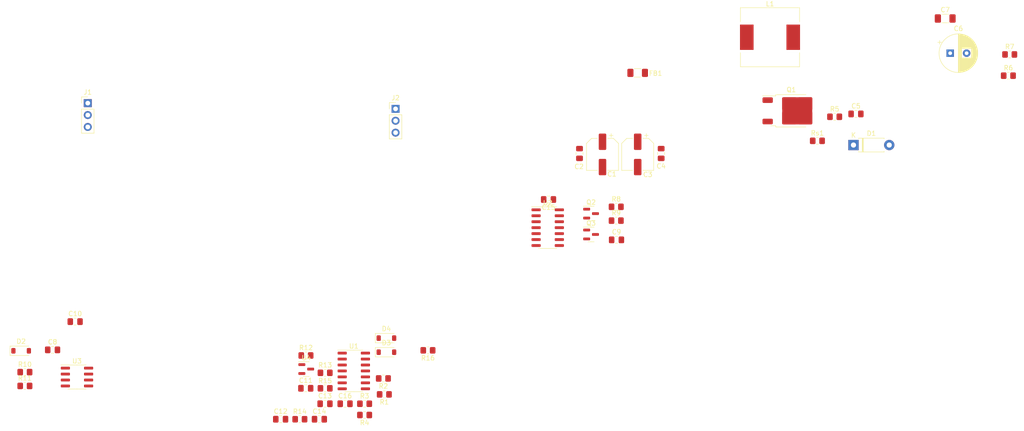
<source format=kicad_pcb>
(kicad_pcb (version 20221018) (generator pcbnew)

  (general
    (thickness 1.6)
  )

  (paper "A4")
  (layers
    (0 "F.Cu" signal)
    (31 "B.Cu" signal)
    (32 "B.Adhes" user "B.Adhesive")
    (33 "F.Adhes" user "F.Adhesive")
    (34 "B.Paste" user)
    (35 "F.Paste" user)
    (36 "B.SilkS" user "B.Silkscreen")
    (37 "F.SilkS" user "F.Silkscreen")
    (38 "B.Mask" user)
    (39 "F.Mask" user)
    (40 "Dwgs.User" user "User.Drawings")
    (41 "Cmts.User" user "User.Comments")
    (42 "Eco1.User" user "User.Eco1")
    (43 "Eco2.User" user "User.Eco2")
    (44 "Edge.Cuts" user)
    (45 "Margin" user)
    (46 "B.CrtYd" user "B.Courtyard")
    (47 "F.CrtYd" user "F.Courtyard")
    (48 "B.Fab" user)
    (49 "F.Fab" user)
    (50 "User.1" user)
    (51 "User.2" user)
    (52 "User.3" user)
    (53 "User.4" user)
    (54 "User.5" user)
    (55 "User.6" user)
    (56 "User.7" user)
    (57 "User.8" user)
    (58 "User.9" user)
  )

  (setup
    (pad_to_mask_clearance 0)
    (pcbplotparams
      (layerselection 0x00010fc_ffffffff)
      (plot_on_all_layers_selection 0x0000000_00000000)
      (disableapertmacros false)
      (usegerberextensions false)
      (usegerberattributes true)
      (usegerberadvancedattributes true)
      (creategerberjobfile true)
      (dashed_line_dash_ratio 12.000000)
      (dashed_line_gap_ratio 3.000000)
      (svgprecision 4)
      (plotframeref false)
      (viasonmask false)
      (mode 1)
      (useauxorigin false)
      (hpglpennumber 1)
      (hpglpenspeed 20)
      (hpglpendiameter 15.000000)
      (dxfpolygonmode true)
      (dxfimperialunits true)
      (dxfusepcbnewfont true)
      (psnegative false)
      (psa4output false)
      (plotreference true)
      (plotvalue true)
      (plotinvisibletext false)
      (sketchpadsonfab false)
      (subtractmaskfromsilk false)
      (outputformat 1)
      (mirror false)
      (drillshape 1)
      (scaleselection 1)
      (outputdirectory "")
    )
  )

  (net 0 "")
  (net 1 "VCC")
  (net 2 "GND")
  (net 3 "Net-(C3-Pad1)")
  (net 4 "Net-(C5-Pad1)")
  (net 5 "VPP")
  (net 6 "Net-(U3-CV)")
  (net 7 "/GATE")
  (net 8 "Net-(D2-K)")
  (net 9 "Net-(U1A-+)")
  (net 10 "/VFEED")
  (net 11 "Net-(D3-K)")
  (net 12 "Net-(U1B-+)")
  (net 13 "Net-(C14-Pad1)")
  (net 14 "Net-(D1-A)")
  (net 15 "Net-(D2-A)")
  (net 16 "/VERR")
  (net 17 "Net-(D4-K)")
  (net 18 "/ENABLE")
  (net 19 "unconnected-(J2-Pin_2-Pad2)")
  (net 20 "/RFEED_H")
  (net 21 "Net-(Q2-B)")
  (net 22 "Net-(Q2-E)")
  (net 23 "Net-(U1C--)")
  (net 24 "Net-(U1C-+)")
  (net 25 "Net-(U1D-+)")
  (net 26 "/SR_Q")
  (net 27 "/EN_LINE")
  (net 28 "/SR_R")
  (net 29 "/SR_NQ")
  (net 30 "/SR_S")
  (net 31 "Net-(U2-Pad10)")

  (footprint "Connector_PinHeader_2.54mm:PinHeader_1x03_P2.54mm_Vertical" (layer "F.Cu") (at 101.9 70.475))

  (footprint "Capacitor_SMD:C_0805_2012Metric_Pad1.18x1.45mm_HandSolder" (layer "F.Cu") (at 85.6625 136.7))

  (footprint "Resistor_SMD:R_0805_2012Metric_Pad1.20x1.40mm_HandSolder" (layer "F.Cu") (at 99.5 131.4 180))

  (footprint "Resistor_SMD:R_0805_2012Metric_Pad1.20x1.40mm_HandSolder" (layer "F.Cu") (at 95.3 133.4))

  (footprint "Capacitor_SMD:C_0805_2012Metric_Pad1.18x1.45mm_HandSolder" (layer "F.Cu") (at 91.1375 133.4))

  (footprint "Capacitor_SMD:C_0805_2012Metric_Pad1.18x1.45mm_HandSolder" (layer "F.Cu") (at 33.61 115.88))

  (footprint "Package_SO:SOIC-8_3.9x4.9mm_P1.27mm" (layer "F.Cu") (at 34 127.7))

  (footprint "Package_TO_SOT_SMD:TO-252-2" (layer "F.Cu") (at 186.24 70.9))

  (footprint "Diode_SMD:D_SOD-123" (layer "F.Cu") (at 99.95 122.4))

  (footprint "Resistor_SMD:R_0805_2012Metric_Pad1.20x1.40mm_HandSolder" (layer "F.Cu") (at 232.5 63.4))

  (footprint "Resistor_SMD:R_0805_2012Metric_Pad1.20x1.40mm_HandSolder" (layer "F.Cu") (at 148.925 91.38))

  (footprint "Resistor_SMD:R_0805_2012Metric_Pad1.20x1.40mm_HandSolder" (layer "F.Cu") (at 108.8 122 180))

  (footprint "Resistor_SMD:R_1206_3216Metric_Pad1.30x1.75mm_HandSolder" (layer "F.Cu") (at 153.5 62.8 180))

  (footprint "Capacitor_SMD:C_0805_2012Metric_Pad1.18x1.45mm_HandSolder" (layer "F.Cu") (at 141.1 80 -90))

  (footprint "Resistor_SMD:R_0805_2012Metric_Pad1.20x1.40mm_HandSolder" (layer "F.Cu") (at 82.8 123.1))

  (footprint "Diode_SMD:D_SOD-123" (layer "F.Cu") (at 99.95 119.4))

  (footprint "Resistor_SMD:R_0805_2012Metric_Pad1.20x1.40mm_HandSolder" (layer "F.Cu") (at 99.3 128 180))

  (footprint "Package_SO:SOIC-14_3.9x8.7mm_P1.27mm" (layer "F.Cu") (at 134.325 95.83))

  (footprint "Diode_SMD:D_SOD-123" (layer "F.Cu") (at 22.1 122.1))

  (footprint "Resistor_SMD:R_0805_2012Metric_Pad1.20x1.40mm_HandSolder" (layer "F.Cu") (at 86.8875 126.8))

  (footprint "Capacitor_SMD:C_0805_2012Metric_Pad1.18x1.45mm_HandSolder" (layer "F.Cu") (at 82.7625 130.1))

  (footprint "Resistor_SMD:R_0805_2012Metric_Pad1.20x1.40mm_HandSolder" (layer "F.Cu") (at 232.7875 58.87))

  (footprint "Package_TO_SOT_SMD:SOT-23" (layer "F.Cu") (at 143.5625 92.83))

  (footprint "Package_TO_SOT_SMD:SOT-23" (layer "F.Cu") (at 143.5625 97.28))

  (footprint "Capacitor_SMD:C_1206_3216Metric_Pad1.33x1.80mm_HandSolder" (layer "F.Cu") (at 219.0375 51.2))

  (footprint "Connector_PinHeader_2.54mm:PinHeader_1x03_P2.54mm_Vertical" (layer "F.Cu") (at 36.3 69.26))

  (footprint "Capacitor_THT:CP_Radial_D8.0mm_P3.50mm" (layer "F.Cu") (at 220.1 58.6))

  (footprint "Capacitor_SMD:C_0805_2012Metric_Pad1.18x1.45mm_HandSolder" (layer "F.Cu") (at 86.8625 133.4))

  (footprint "Package_TO_SOT_SMD:SOT-23" (layer "F.Cu") (at 82.8625 126))

  (footprint "Capacitor_SMD:CP_Elec_6.3x7.7" (layer "F.Cu") (at 146 80.2 -90))

  (footprint "Capacitor_SMD:C_0805_2012Metric_Pad1.18x1.45mm_HandSolder" (layer "F.Cu") (at 200.02 71.56))

  (footprint "Resistor_SMD:R_0805_2012Metric_Pad1.20x1.40mm_HandSolder" (layer "F.Cu") (at 95.3 135.8 180))

  (footprint "Resistor_SMD:R_0805_2012Metric_Pad1.20x1.40mm_HandSolder" (layer "F.Cu") (at 81.5 136.7))

  (footprint "Resistor_SMD:R_0805_2012Metric_Pad1.20x1.40mm_HandSolder" (layer "F.Cu") (at 191.8 77.3))

  (footprint "Diode_THT:D_DO-41_SOD81_P7.62mm_Horizontal" (layer "F.Cu") (at 199.49 78.2))

  (footprint "Resistor_SMD:R_0805_2012Metric_Pad1.20x1.40mm_HandSolder" (layer "F.Cu") (at 148.925 94.33))

  (footprint "Resistor_SMD:R_0805_2012Metric_Pad1.20x1.40mm_HandSolder" (layer "F.Cu") (at 22.9 129.6))

  (footprint "Resistor_SMD:R_0805_2012Metric_Pad1.20x1.40mm_HandSolder" (layer "F.Cu") (at 86.8875 130.1))

  (footprint "Capacitor_SMD:CP_Elec_6.3x7.7" (layer "F.Cu") (at 153.5 80.2 -90))

  (footprint "Resistor_SMD:R_0805_2012Metric_Pad1.20x1.40mm_HandSolder" (layer "F.Cu") (at 195.4775 72.17))

  (footprint "Capacitor_SMD:C_0805_2012Metric_Pad1.18x1.45mm_HandSolder" (layer "F.Cu") (at 77.405 136.7))

  (footprint "Inductor_SMD:L_12x12mm_H6mm" (layer "F.Cu")
    (tstamp d85dfe7c-5364-48d4-90f8-618696f58e68)
    (at 181.7 55.2)
    (descr "Choke, SMD, 12x12mm 6mm height")
    (tags "Choke SMD")
    (property "Sheetfile" "geiger_counter.kicad_sch")
    (property "Sheetname" "")
    (property "ki_description" "Inductor")
    (property "ki_keywords" "inductor choke coil reactor magnetic")
    (path "/21a17e0c-3237-455a-bf5d-6d83c20da9f9")
    (attr smd)
    (fp_text reference "L1" (at 0 -7.1) (layer "F.SilkS")
        (effects (font (size 1 1) (thickness 0.15)))
      (tstamp 5317b25c-e1ce-4ff8-9c10-fa7f5bb8a199)
    )
    (fp_text value "33u" (at 0 7.5) (layer "F.Fab")
        (effects (font (size 1 1) (thickness 0.15)))
      (tstamp 43da4570-d2c8-4f44-87f4-e4504985958c)
    )
    (fp_text user "${REFERENCE}" (at 0 0) (layer "F.Fab")
        (effects (font (size 1 1) (thickness 0.15)))
      (tstamp 3a63844e-3b07-4779-846e-a99dff5170b4)
    )
    (fp_circle (center 0 0) (end 0.15 0.15)
      (stroke (width 0.38) (type solid)) (fill none) (layer "F.Adhes") (tstamp 72d332dd-323b-4be5-923a-75b4a876c660))
    (fp_circle (center 0 0) (end 0.55 0)
      (stroke (width 0.38) (type solid)) (fill none) (layer "F.Adhes") (tstamp 9ec1b732-e621-47b5-a8be-7e2a3bb60d90))
    (fp_circle (center 0 0) (end 0.9 0)
      (stroke (width 0.38) (type solid)) (fill none) (layer "F.Adhes") (tstamp 1b2a6a52-019e-4756-8e29-608d90d05de8))
    (fp_line (start -6.3 -6.3) (end 6.3 -6.3)
      (stroke (width 0.12) (type solid)) (layer "F.SilkS") (tstamp 63f32fa3-60ef-462c-a508-094b44381091))
    (fp_line (start -6.3 -3.3) (end -6.3 -6.3)
      (stroke (width 0.12) (type solid)) (layer "F.SilkS") (tstamp 0b52ed87-4b11-4e9e-bda8-b87ac66f02ff))
    (fp_line (start -6.3 6.3) (end -6.3 3.3)
      (stroke (width 0.12) (type solid)) (layer "F.SilkS") (tstamp e23d741d-bc9c-45a1-850f-a9f74ae26b11))
    (fp_line (start 6.3 -6.3) (end 6.3 -3.3)
      (stroke (width 0.12) (type solid)) (layer "F.SilkS") (tstamp 6b58d641-3fdb-4c41-957c-bbfd5e3b4512))
    (fp_line (start 6.3 3.3) (end 6.3 6.3)
      (stroke (width 0.12) (type solid)) (layer "F.SilkS") (tstamp fed60f23-7d11-436b-b956-779e31c6d4d3))
    (fp_line (start 6.3 6.3) (end -6.3 6.3)
      (stroke (width 0.12) (type solid)) (layer "F.SilkS") (tstamp 00c534f5-cc69-4386-acef-3ccad47d02ca))
    (fp_line (start -6.86 -6.6) (end 6.86 -6.6)
      (stroke (width 0.05) (type solid)) (layer "F.CrtYd") (tstamp 465a4e0b-8a01-4a4f-a88c-2953590425f1))
    (fp_line (start -6.86 6.6) (end -6.86 -6.6)
      (stroke (width 0.05) (type solid)) (layer "F.CrtYd") (tstamp 6523fed6-6457-4072-91f2-00f3db5c07b2))
    (fp_line (start 6.86 -6.6) (end 6.86 6.6)
      (stroke (width 0.05) (type solid)) (layer "F.CrtYd") (tstamp 916aa29c-e52a-4cad-a905-cab473a3ef10))
    (fp_line (start 6.86 6.6) (end -6.86 6.6)
      (stroke (width 0.05) (type solid)) (layer "F.CrtYd") (tstamp e34dea18-74b1-4a4a-8dfc-7687478ef556))
    (fp_line (start -6.2 -6.2) (end -6.2 -3.3)
      (stroke (width 0.1) (type solid)) (layer "F.Fab") (tstamp a0de0297-0091-4908-b948-2542deeb5355))
    (fp_line (start -6.2 3.3) (end -6.2 6.2)
      (stroke (width 0.1) (type solid)) (layer "F.Fab") (tstamp a9859b25-fa36-43eb-a90a-901841d66375))
    (fp_line (start -6.2 6.2) (end 6.2 6.2)
      (stroke (width 0.1) (type solid)) (layer "F.Fab") (tstamp 72f753de-4468-4aa0-87fc-e4038e883251))
    (fp_line (start -5.1 -4) (end -5 -3.5)
      (stroke (width 0.1) (type solid)) (layer "F.Fab") (tstamp aa1cfe4b-a0fa-44ff-9228-0ab416c520dd))
    (fp_line (start -5.1 4.1) (end -5 3.6)
      (stroke (width 0.1) (type solid)) (layer "F.Fab") (tstamp 013842c6-25fe-4369-b032-164890312cb4))
    (fp_line (start -5 -3.5) (end -4.8 -3.2)
      (stroke (width 0.1) (type solid)) (layer "F.Fab") (tstamp bd2f5004-8743-4b6b-9298-b677450f5f50))
    (fp_line (start -5 3.6) (end -4.8 3.2)
      (stroke (width 0.1) (type solid)) (layer "F.Fab") (tstamp 4c7dca95-b419-41f8-a221-02d49569dab9))
    (fp_line (start -4.9 -4.5) (end -5.1 -4)
      (stroke (width 0.1) (type solid)) (layer "F.Fab") (tstamp e0c27d2b-8d30-4aa8-bd74-33eef72666bf))
    (fp_line (start -4.9 4.6) (end -5.1 4.1)
      (stroke (width 0.1) (type solid)) (layer "F.Fab") (tstamp a8a6efd6-8706-4bba-9d8b-ceb30f388d60))
    (fp_line (start -4.6 -4.8) (end -4.9 -4.5)
      (stroke (width 0.1) (type solid)) (layer "F.Fab") (tstamp d4c7b8e8-6d1a-4795-8f7b-fea0f339d682))
    (fp_line (start -4.6 4.8) (end -4.9 4.6)
      (stroke (width 0.1) (type solid)) (layer "F.Fab") (tstamp 119d6640-6458-4e1c-b05d-e28f3128907b))
    (fp_line (start -4.3 5) (end -4.6 4.8)
      (stroke (width 0.1) (type solid)) (layer "F.Fab") (tstamp 6bf17ba4-1ebc-43d8-a81d-cc49108c27ff))
    (fp_line (start -4.2 -5) (end -4.6 -4.8)
      (stroke (width 0.1) (type solid)) (layer "F.Fab") (tstamp 98133934-5a9a-4edf-b1ae-16225605495c))
    (fp_line (start -3.9 5.1) (end -4.3 5)
      (stroke (width 0.1) (type solid)) (layer "F.Fab") (tstamp 94e5ecf7-6d45-43f6-b75b-5c0b76f2f4bd))
    (fp_line (start -3.7 -5.1) (end -4.2 -5)
      (stroke (width 0.1) (type solid)) (layer "F.Fab") (tstamp 4b0e915f-c8bf-4d60-aa7d-e6025987a1af))
    (fp_line (start -3.3 -4.9) (end -3.7 -5.1)
      (stroke (width 0.1) (type solid)) (layer "F.Fab") (tstamp c7d37375-b9b9-4909-b52b-d71f7ab40931))
    (fp_line (start -3.3 4.9) (end -3.9 5.1)
      (stroke (width 0.1) (type solid)) (layer "F.Fab") (tstamp 145b182d-4f07-4c26-a824-c4ecf49dbdf2))
    (fp_line (start -3 -4.7) (end -3.3 -4.9)
      (stroke (width 0.1) (type solid)) (layer "F.Fab") (tstamp b3c1d5d3-75ba-4b73-af05-694cdf6335f4))
    (fp_line (start -3 4.7) (end -3.3 4.9)
      (stroke (width 0.1) (type solid)) (layer "F.Fab") (tstamp b5339083-1295-4847-b515-c41d05d8e718))
    (fp_line (start -2.6 -4.9) (end -3 -4.7)
      (stroke (width 0.1) (type solid)) (layer "F.Fab") (tstamp 124d036a-e570-43ba-83a9-d438452166ce))
    (fp_line (start -2.6 4.9) (end -3 4.7)
      (stroke (width 0.1) (type solid)) (layer "F.Fab") (tstamp 15c447a7-c507-4491-b33f-cbca6a917701))
    (fp_line (start -2.1 5.1) (end -2.6 4.9)
      (stroke (width 0.1) (type solid)) (layer "F.Fab") (tstamp c4604f14-0614-434b-8384-d46bf9587829))
    (fp_line (start -1.7 -5.3) (end -2.6 -4.9)
      (stroke (width 0.1) (type solid)) (layer "F.Fab") (tstamp 876acd82-205d-465b-8b6c-7bb15a503635))
    (fp_line (start -1.5 5.3) (end -2.1 5.1)
      (stroke (width 0.1) (type solid)) (layer "F.Fab") (tstamp 1e5311e1-710b-4a80-9b70-5cb1aef139a6))
    (fp_line (start -0.8 -5.5) (end -1.7 -5.3)
      (stroke (width 0.1) (type solid)) (layer "F.Fab") (tstamp b1fd2e18-5861-4301-84c4-e65d8da4ebe7))
    (fp_line (start -0.6 5.5) (end -1.5 5.3)
      (stroke (width 0.1) (type solid)) (layer "F.Fab") (tstamp 800925f3-750c-47e7-a308-a4b8c560baa6))
    (fp_line (start 0 -5.6) (end -0.8 -5.5)
      (stroke (width 0.1) (type solid)) (layer "F.Fab") (tstamp 0fce6e91-3f29-4cf6-b97e-b2219cd9a823))
    (fp_line (start 0.6 5.5) (end -0.6 5.5)
      (stroke (width 0.1) (type solid)) (layer "F.Fab") (tstamp c1641ddd-af7e-4250-8163-3a78b2a86ada))
    (fp_line (start 0.9 -5.5) (end 0 -5.6)
      (stroke (width 0.1) (type solid)) (layer "F.Fab") (tstamp f8d793ac-5ff2-476d-8f59-00bddd7e8a34))
    (fp_line (start 1.6 5.3) (end 0.6 5.5)
      (stroke (width 0.1) (type solid)) (layer "F.Fab") (tstamp c2b7744e-8271-48c3-843f-a97dd6c92230))
    (fp_line (start 1.7 -5.3) (end 0.9 -5.5)
      (stroke (width 0.1) (type solid)) (layer "F.Fab") (tstamp 29304e09-5f53-40b8-9727-70e13978d9f8))
    (fp_line (start 2.2 -5.1) (end 1.7 -5.3)
      (stroke (width 0.1) (type solid)) (layer "F.Fab") (tstamp 0a7a7bef-6373-43de-91e2-3c878dd4a0cd))
    (fp_line (start 2.4 5) (end 1.6 5.3)
      (stroke (width 0.1) (type solid)) (layer "F.Fab") (tstamp bdd3f804-8607-4d34-82e1-59e51dbbf556))
    (fp_line (start 2.6 -4.9) (end 2.2 -5.1)
      (stroke (width 0.1) (type solid)) (layer "F.Fab") (tstamp c2e92aea-037a-44c7-9a67-cfec6b756ac7))
    (fp_line (start 3 -4.6) (end 2.6 -4.9)
      (stroke (width 0.1) (type solid)) (layer "F.Fab") (tstamp 1e468aa5-e568-4904-8eca-1ae0b7077928))
    (fp_line (start 3 4.6) (end 2.4 5)
      (stroke (width 0.1) (type solid)) (layer "F.Fab") (tstamp bcbd2209-75d8-4785-9146-4090374794d2))
    (fp_line (start 3.1 4.7) (end 3 4.6)
      (stroke (width 0.1) (type solid)) (layer "F.Fab") (tstamp 5af026b5-476c-4c89-af0d-953feb532bd9))
    (fp_line (start 3.3 -4.9) (end 3 -4.6)
      (stroke (width 0.1) (type solid)) (layer "F.Fab") (tstamp fa4899de-6dd3-464a-a8bc-9529fe137e81))
    (fp_line (start 3.5 5) (end 3.1 4.7)
      (stroke (width 0.1) (type solid)) (layer "F.Fab") (tstamp 93f67d55-012d-4bea-960e-449210899c1c))
    (fp_line (start 3.6 -5) (end 3.3 -4.9)
      (stroke (width 0.1) (type solid)) (layer "F.Fab") (tstamp 3fafb2d9-a375-4feb-a251-cbddd02a2125))
    (fp_line (start 3.9 -5.1) (end 3.6 -5)
      (stroke (width 0.1) (type solid)) (layer "F.Fab") (tstamp f2c5cf6f-5369-41d5-8767-973aa7f70a6a))
    (fp_line (start 4 5.1) (end 3.5 5)
      (stroke (width 0.1) (type solid)) (layer "F.Fab") (tstamp f04647b2-8d3e-42c4-8207-094a70ac6e3e))
    (fp_line (start 4.2 -5.1) (end 3.9 -5.1)
      (stroke (width 0.1) (type solid)) (layer "F.Fab") (tstamp 0ad49107-cc96-4df3-9de2-3a37b56cab43))
    (fp_line (start 4.5 -4.9) (end 4.2 -5.1)
      (stroke (width 0.1) (type solid)) (layer "F.Fab") (tstamp 8f611ed4-b1b7-429b-aa90-63adf7c1e3b8))
    (fp_line (start 4.5 5) (end 4 5.1)
      (stroke (width 0.1) (type solid)) (layer "F.Fab") (tstamp 88be1973-fd8a-48af-9e1c-cc4dd074e60e))
    (fp_line (start 4.8 -4.7) (end 4.5 -4.9)
      (stroke (width 0.1) (type solid)) (layer "F.Fab") (tstamp c2b7ffca-5271-427b-b913-2be924a1b644))
    (fp_line (start 4.8 4.6) (end 4.5 5)
      (stroke (width 0.1) (type solid)) (layer "F.Fab") (tstamp 80578c89-0dfb-4b49-9b2f-5cf28c5309b0))
    (fp_line (start 4.9 -3.3) (end 5 -3.6)
      (stroke (width 0.1) (type solid)) (layer "F.Fab") (tstamp 9bed72e0-6082-412a-b6f5-60d2f4da6dda))
    (fp_line (start 4.9 3.3) (end 5 3.4)
      (stroke (width 0.1) (type solid)) (layer "F.Fab") (tstamp 8721995b-acec-4282-95ee-8581d6e68ad0))
    (fp_line (start 5 -4.3) (end 4.8 -4.7)
      (stroke (width 0.1) (type solid)) (layer "F.Fab") (tstamp c0422fc5-047e-46dc-bf3c-c425df8b7b84))
    (fp_line (start 5 -3.6) (end 5.1 -4)
      (stroke (width 0.1) (type solid)) (layer "F.Fab") (tstamp bbb75fca-552e-49c9-9903-079d9213b6c3))
    (fp_line (start 5 3.4) (end 5.1 3.8)
      (stroke (width 0.1) (type solid)) (layer "F.Fab") (tstamp ab2bf256-453a-4761-baf7-57397cf3e7d4))
    (fp_line (start 5 4.3) (end 4.8 4.6)
      (stroke (width 0.1) (type solid)) (layer "F.Fab") (tstamp 41339f32-8117-4585-8ef3-eb198d0c0d18))
    (fp_line (start 5.1 -4) (end 5 -4.3)
      (stroke (width 0.1) (type solid)) (layer "F.Fab") (tstamp c0b45fd4-0488-4875-b4d7-a21706a8025a))
    (fp_line (start 5.1 3.8) (end 5 4.3)
      (stroke (width 0.1) (type solid)) (layer "F.Fab") (tstamp 3a514afe-663e-4752-b5b9-58b34473a75a))
    (fp_line (start 6.2 -6.2) (end -6.2 -6.2)
      (stroke (width 0.1) (type solid)) (layer "F.
... [24966 chars truncated]
</source>
